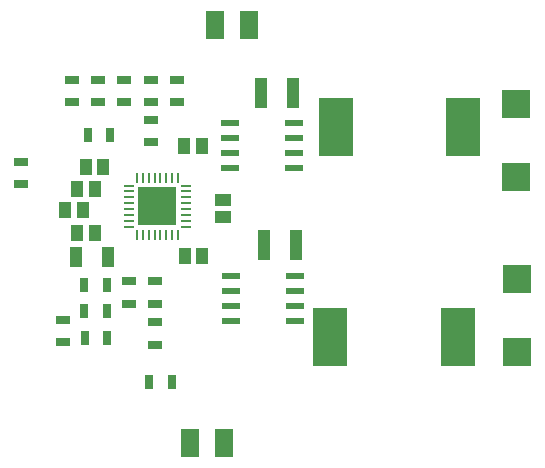
<source format=gtp>
G04*
G04 #@! TF.GenerationSoftware,Altium Limited,Altium Designer,19.0.15 (446)*
G04*
G04 Layer_Color=8421504*
%FSLAX25Y25*%
%MOIN*%
G70*
G01*
G75*
%ADD14R,0.12992X0.12992*%
%ADD15R,0.01024X0.03386*%
%ADD16R,0.03386X0.01024*%
%ADD17R,0.05906X0.02362*%
%ADD18R,0.11221X0.19488*%
%ADD19R,0.09646X0.09252*%
%ADD20R,0.02756X0.05118*%
%ADD21R,0.05118X0.02756*%
%ADD22R,0.04331X0.05512*%
%ADD23R,0.04331X0.10236*%
%ADD24R,0.06299X0.09449*%
%ADD25R,0.05512X0.04331*%
%ADD26R,0.04331X0.06693*%
D14*
X149000Y168500D02*
D03*
D15*
X142110Y178087D02*
D03*
X144079D02*
D03*
X146047D02*
D03*
X148016D02*
D03*
X149984D02*
D03*
X151953D02*
D03*
X153921D02*
D03*
X155890D02*
D03*
Y158913D02*
D03*
X153921D02*
D03*
X151953D02*
D03*
X149984D02*
D03*
X148016D02*
D03*
X146047D02*
D03*
X144079D02*
D03*
X142110D02*
D03*
D16*
X158587Y175390D02*
D03*
Y173421D02*
D03*
Y171453D02*
D03*
Y169484D02*
D03*
Y167516D02*
D03*
Y165547D02*
D03*
Y163579D02*
D03*
Y161610D02*
D03*
X139413D02*
D03*
Y163579D02*
D03*
Y165547D02*
D03*
Y167516D02*
D03*
Y169484D02*
D03*
Y171453D02*
D03*
Y173421D02*
D03*
Y175390D02*
D03*
D17*
X194930Y145200D02*
D03*
Y140200D02*
D03*
Y135200D02*
D03*
Y130200D02*
D03*
X173670D02*
D03*
Y135200D02*
D03*
Y140200D02*
D03*
Y145200D02*
D03*
X194560Y196333D02*
D03*
Y191333D02*
D03*
Y186333D02*
D03*
Y181333D02*
D03*
X173300D02*
D03*
Y186333D02*
D03*
Y191333D02*
D03*
Y196333D02*
D03*
D18*
X249020Y125000D02*
D03*
X206500D02*
D03*
X208440Y195000D02*
D03*
X250960D02*
D03*
D19*
X269000Y144205D02*
D03*
Y119795D02*
D03*
X268500Y178091D02*
D03*
Y202500D02*
D03*
D20*
X124660Y133500D02*
D03*
X132140D02*
D03*
X133340Y192100D02*
D03*
X125860D02*
D03*
X146300Y110000D02*
D03*
X153780D02*
D03*
X132140Y142100D02*
D03*
X124660D02*
D03*
X124700Y124700D02*
D03*
X132180D02*
D03*
D21*
X148100Y129840D02*
D03*
Y122360D02*
D03*
X120400Y210640D02*
D03*
Y203160D02*
D03*
X146800Y189860D02*
D03*
Y197340D02*
D03*
X139400Y135960D02*
D03*
Y143440D02*
D03*
X148100Y135960D02*
D03*
Y143440D02*
D03*
X129160Y203160D02*
D03*
Y210640D02*
D03*
X137900Y203160D02*
D03*
Y210640D02*
D03*
X146900Y210640D02*
D03*
Y203160D02*
D03*
X155500Y210640D02*
D03*
Y203160D02*
D03*
X117400Y123260D02*
D03*
Y130740D02*
D03*
X103400Y175760D02*
D03*
Y183240D02*
D03*
D22*
X128100Y159700D02*
D03*
X122195D02*
D03*
X122147Y174100D02*
D03*
X128053D02*
D03*
X118295Y167200D02*
D03*
X124200D02*
D03*
X131000Y181500D02*
D03*
X125094D02*
D03*
X163853Y188700D02*
D03*
X157947D02*
D03*
X158095Y152000D02*
D03*
X164000D02*
D03*
D23*
X183385Y206400D02*
D03*
X194015D02*
D03*
X184400Y155700D02*
D03*
X195030D02*
D03*
D24*
X171100Y89700D02*
D03*
X159880D02*
D03*
X179400Y229000D02*
D03*
X168180D02*
D03*
D25*
X170999Y170753D02*
D03*
Y164847D02*
D03*
D26*
X121823Y151500D02*
D03*
X132453D02*
D03*
M02*

</source>
